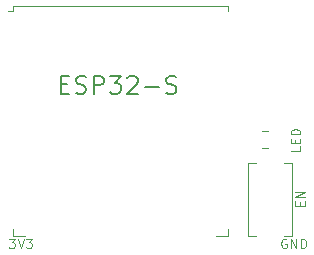
<source format=gbr>
%TF.GenerationSoftware,KiCad,Pcbnew,7.0.2-1.fc38*%
%TF.CreationDate,2023-06-06T11:06:49+02:00*%
%TF.ProjectId,marauder_mini_pcb,6d617261-7564-4657-925f-6d696e695f70,rev?*%
%TF.SameCoordinates,Original*%
%TF.FileFunction,Legend,Top*%
%TF.FilePolarity,Positive*%
%FSLAX46Y46*%
G04 Gerber Fmt 4.6, Leading zero omitted, Abs format (unit mm)*
G04 Created by KiCad (PCBNEW 7.0.2-1.fc38) date 2023-06-06 11:06:49*
%MOMM*%
%LPD*%
G01*
G04 APERTURE LIST*
%ADD10C,0.120000*%
%ADD11C,0.170000*%
G04 APERTURE END LIST*
D10*
X70714285Y-69602095D02*
X71209523Y-69602095D01*
X71209523Y-69602095D02*
X70942857Y-69906857D01*
X70942857Y-69906857D02*
X71057142Y-69906857D01*
X71057142Y-69906857D02*
X71133333Y-69944952D01*
X71133333Y-69944952D02*
X71171428Y-69983047D01*
X71171428Y-69983047D02*
X71209523Y-70059238D01*
X71209523Y-70059238D02*
X71209523Y-70249714D01*
X71209523Y-70249714D02*
X71171428Y-70325904D01*
X71171428Y-70325904D02*
X71133333Y-70364000D01*
X71133333Y-70364000D02*
X71057142Y-70402095D01*
X71057142Y-70402095D02*
X70828571Y-70402095D01*
X70828571Y-70402095D02*
X70752380Y-70364000D01*
X70752380Y-70364000D02*
X70714285Y-70325904D01*
X71438095Y-69602095D02*
X71704762Y-70402095D01*
X71704762Y-70402095D02*
X71971428Y-69602095D01*
X72161904Y-69602095D02*
X72657142Y-69602095D01*
X72657142Y-69602095D02*
X72390476Y-69906857D01*
X72390476Y-69906857D02*
X72504761Y-69906857D01*
X72504761Y-69906857D02*
X72580952Y-69944952D01*
X72580952Y-69944952D02*
X72619047Y-69983047D01*
X72619047Y-69983047D02*
X72657142Y-70059238D01*
X72657142Y-70059238D02*
X72657142Y-70249714D01*
X72657142Y-70249714D02*
X72619047Y-70325904D01*
X72619047Y-70325904D02*
X72580952Y-70364000D01*
X72580952Y-70364000D02*
X72504761Y-70402095D01*
X72504761Y-70402095D02*
X72276190Y-70402095D01*
X72276190Y-70402095D02*
X72199999Y-70364000D01*
X72199999Y-70364000D02*
X72161904Y-70325904D01*
X94209523Y-69640190D02*
X94133333Y-69602095D01*
X94133333Y-69602095D02*
X94019047Y-69602095D01*
X94019047Y-69602095D02*
X93904761Y-69640190D01*
X93904761Y-69640190D02*
X93828571Y-69716380D01*
X93828571Y-69716380D02*
X93790476Y-69792571D01*
X93790476Y-69792571D02*
X93752380Y-69944952D01*
X93752380Y-69944952D02*
X93752380Y-70059238D01*
X93752380Y-70059238D02*
X93790476Y-70211619D01*
X93790476Y-70211619D02*
X93828571Y-70287809D01*
X93828571Y-70287809D02*
X93904761Y-70364000D01*
X93904761Y-70364000D02*
X94019047Y-70402095D01*
X94019047Y-70402095D02*
X94095238Y-70402095D01*
X94095238Y-70402095D02*
X94209523Y-70364000D01*
X94209523Y-70364000D02*
X94247619Y-70325904D01*
X94247619Y-70325904D02*
X94247619Y-70059238D01*
X94247619Y-70059238D02*
X94095238Y-70059238D01*
X94590476Y-70402095D02*
X94590476Y-69602095D01*
X94590476Y-69602095D02*
X95047619Y-70402095D01*
X95047619Y-70402095D02*
X95047619Y-69602095D01*
X95428571Y-70402095D02*
X95428571Y-69602095D01*
X95428571Y-69602095D02*
X95619047Y-69602095D01*
X95619047Y-69602095D02*
X95733333Y-69640190D01*
X95733333Y-69640190D02*
X95809523Y-69716380D01*
X95809523Y-69716380D02*
X95847618Y-69792571D01*
X95847618Y-69792571D02*
X95885714Y-69944952D01*
X95885714Y-69944952D02*
X95885714Y-70059238D01*
X95885714Y-70059238D02*
X95847618Y-70211619D01*
X95847618Y-70211619D02*
X95809523Y-70287809D01*
X95809523Y-70287809D02*
X95733333Y-70364000D01*
X95733333Y-70364000D02*
X95619047Y-70402095D01*
X95619047Y-70402095D02*
X95428571Y-70402095D01*
D11*
X75107142Y-56530714D02*
X75607142Y-56530714D01*
X75821428Y-57316428D02*
X75107142Y-57316428D01*
X75107142Y-57316428D02*
X75107142Y-55816428D01*
X75107142Y-55816428D02*
X75821428Y-55816428D01*
X76392857Y-57245000D02*
X76607143Y-57316428D01*
X76607143Y-57316428D02*
X76964285Y-57316428D01*
X76964285Y-57316428D02*
X77107143Y-57245000D01*
X77107143Y-57245000D02*
X77178571Y-57173571D01*
X77178571Y-57173571D02*
X77250000Y-57030714D01*
X77250000Y-57030714D02*
X77250000Y-56887857D01*
X77250000Y-56887857D02*
X77178571Y-56745000D01*
X77178571Y-56745000D02*
X77107143Y-56673571D01*
X77107143Y-56673571D02*
X76964285Y-56602142D01*
X76964285Y-56602142D02*
X76678571Y-56530714D01*
X76678571Y-56530714D02*
X76535714Y-56459285D01*
X76535714Y-56459285D02*
X76464285Y-56387857D01*
X76464285Y-56387857D02*
X76392857Y-56245000D01*
X76392857Y-56245000D02*
X76392857Y-56102142D01*
X76392857Y-56102142D02*
X76464285Y-55959285D01*
X76464285Y-55959285D02*
X76535714Y-55887857D01*
X76535714Y-55887857D02*
X76678571Y-55816428D01*
X76678571Y-55816428D02*
X77035714Y-55816428D01*
X77035714Y-55816428D02*
X77250000Y-55887857D01*
X77892856Y-57316428D02*
X77892856Y-55816428D01*
X77892856Y-55816428D02*
X78464285Y-55816428D01*
X78464285Y-55816428D02*
X78607142Y-55887857D01*
X78607142Y-55887857D02*
X78678571Y-55959285D01*
X78678571Y-55959285D02*
X78749999Y-56102142D01*
X78749999Y-56102142D02*
X78749999Y-56316428D01*
X78749999Y-56316428D02*
X78678571Y-56459285D01*
X78678571Y-56459285D02*
X78607142Y-56530714D01*
X78607142Y-56530714D02*
X78464285Y-56602142D01*
X78464285Y-56602142D02*
X77892856Y-56602142D01*
X79249999Y-55816428D02*
X80178571Y-55816428D01*
X80178571Y-55816428D02*
X79678571Y-56387857D01*
X79678571Y-56387857D02*
X79892856Y-56387857D01*
X79892856Y-56387857D02*
X80035714Y-56459285D01*
X80035714Y-56459285D02*
X80107142Y-56530714D01*
X80107142Y-56530714D02*
X80178571Y-56673571D01*
X80178571Y-56673571D02*
X80178571Y-57030714D01*
X80178571Y-57030714D02*
X80107142Y-57173571D01*
X80107142Y-57173571D02*
X80035714Y-57245000D01*
X80035714Y-57245000D02*
X79892856Y-57316428D01*
X79892856Y-57316428D02*
X79464285Y-57316428D01*
X79464285Y-57316428D02*
X79321428Y-57245000D01*
X79321428Y-57245000D02*
X79249999Y-57173571D01*
X80749999Y-55959285D02*
X80821427Y-55887857D01*
X80821427Y-55887857D02*
X80964285Y-55816428D01*
X80964285Y-55816428D02*
X81321427Y-55816428D01*
X81321427Y-55816428D02*
X81464285Y-55887857D01*
X81464285Y-55887857D02*
X81535713Y-55959285D01*
X81535713Y-55959285D02*
X81607142Y-56102142D01*
X81607142Y-56102142D02*
X81607142Y-56245000D01*
X81607142Y-56245000D02*
X81535713Y-56459285D01*
X81535713Y-56459285D02*
X80678570Y-57316428D01*
X80678570Y-57316428D02*
X81607142Y-57316428D01*
X82249998Y-56745000D02*
X83392856Y-56745000D01*
X84035713Y-57245000D02*
X84249999Y-57316428D01*
X84249999Y-57316428D02*
X84607141Y-57316428D01*
X84607141Y-57316428D02*
X84749999Y-57245000D01*
X84749999Y-57245000D02*
X84821427Y-57173571D01*
X84821427Y-57173571D02*
X84892856Y-57030714D01*
X84892856Y-57030714D02*
X84892856Y-56887857D01*
X84892856Y-56887857D02*
X84821427Y-56745000D01*
X84821427Y-56745000D02*
X84749999Y-56673571D01*
X84749999Y-56673571D02*
X84607141Y-56602142D01*
X84607141Y-56602142D02*
X84321427Y-56530714D01*
X84321427Y-56530714D02*
X84178570Y-56459285D01*
X84178570Y-56459285D02*
X84107141Y-56387857D01*
X84107141Y-56387857D02*
X84035713Y-56245000D01*
X84035713Y-56245000D02*
X84035713Y-56102142D01*
X84035713Y-56102142D02*
X84107141Y-55959285D01*
X84107141Y-55959285D02*
X84178570Y-55887857D01*
X84178570Y-55887857D02*
X84321427Y-55816428D01*
X84321427Y-55816428D02*
X84678570Y-55816428D01*
X84678570Y-55816428D02*
X84892856Y-55887857D01*
D10*
%TO.C,LED*%
X95370095Y-61764285D02*
X95370095Y-62145237D01*
X95370095Y-62145237D02*
X94570095Y-62145237D01*
X94951047Y-61497618D02*
X94951047Y-61230952D01*
X95370095Y-61116666D02*
X95370095Y-61497618D01*
X95370095Y-61497618D02*
X94570095Y-61497618D01*
X94570095Y-61497618D02*
X94570095Y-61116666D01*
X95370095Y-60773808D02*
X94570095Y-60773808D01*
X94570095Y-60773808D02*
X94570095Y-60583332D01*
X94570095Y-60583332D02*
X94608190Y-60469046D01*
X94608190Y-60469046D02*
X94684380Y-60392856D01*
X94684380Y-60392856D02*
X94760571Y-60354761D01*
X94760571Y-60354761D02*
X94912952Y-60316665D01*
X94912952Y-60316665D02*
X95027238Y-60316665D01*
X95027238Y-60316665D02*
X95179619Y-60354761D01*
X95179619Y-60354761D02*
X95255809Y-60392856D01*
X95255809Y-60392856D02*
X95332000Y-60469046D01*
X95332000Y-60469046D02*
X95370095Y-60583332D01*
X95370095Y-60583332D02*
X95370095Y-60773808D01*
%TO.C,EN*%
X95351047Y-66790475D02*
X95351047Y-66523809D01*
X95770095Y-66409523D02*
X95770095Y-66790475D01*
X95770095Y-66790475D02*
X94970095Y-66790475D01*
X94970095Y-66790475D02*
X94970095Y-66409523D01*
X95770095Y-66066665D02*
X94970095Y-66066665D01*
X94970095Y-66066665D02*
X95770095Y-65609522D01*
X95770095Y-65609522D02*
X94970095Y-65609522D01*
%TO.C,LED*%
X92661252Y-61935000D02*
X92138748Y-61935000D01*
X92661252Y-60465000D02*
X92138748Y-60465000D01*
%TO.C,U1*%
X71030000Y-49925000D02*
X71030000Y-50345000D01*
X71030000Y-49925000D02*
X89270000Y-49925000D01*
X71030000Y-50345000D02*
X70650000Y-50345000D01*
X71030000Y-68745000D02*
X71030000Y-69365000D01*
X71030000Y-69365000D02*
X72030000Y-69365000D01*
X89270000Y-49925000D02*
X89270000Y-50345000D01*
X89270000Y-68745000D02*
X89270000Y-69365000D01*
X89270000Y-69365000D02*
X88270000Y-69365000D01*
%TO.C,EN*%
X94650000Y-63150000D02*
X94000000Y-63150000D01*
X91600000Y-63150000D02*
X90950000Y-63150000D01*
X90950000Y-63150000D02*
X90950000Y-69350000D01*
X94650000Y-69350000D02*
X94650000Y-63150000D01*
X94650000Y-69350000D02*
X94000000Y-69350000D01*
X90950000Y-69350000D02*
X91600000Y-69350000D01*
%TD*%
M02*

</source>
